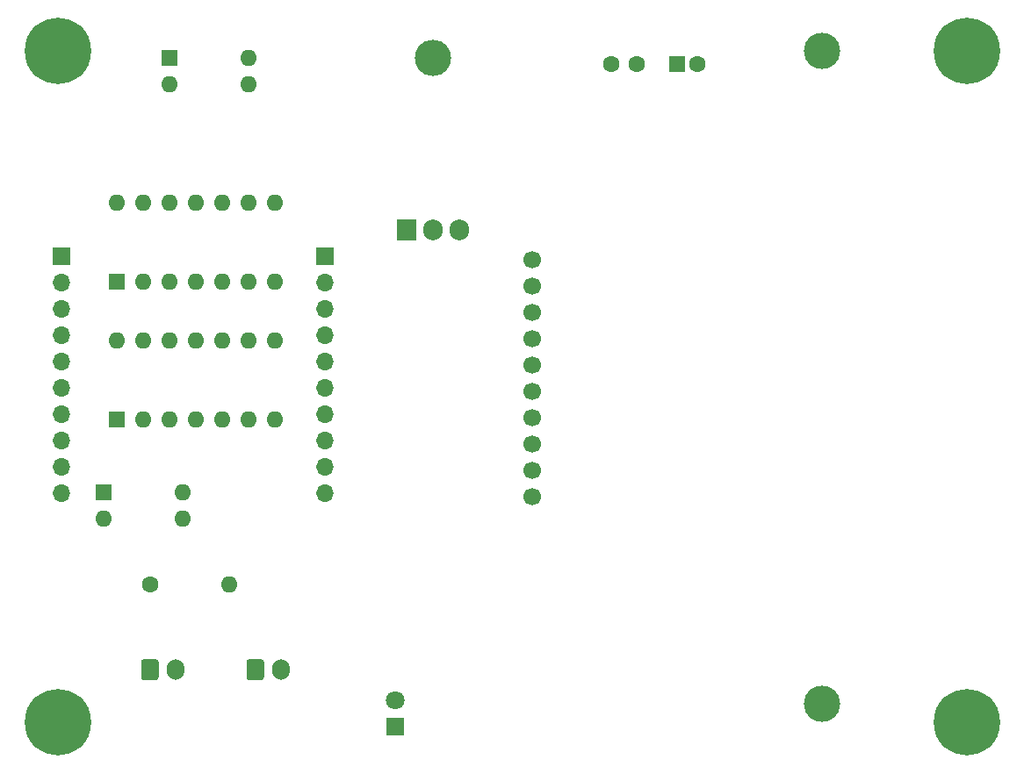
<source format=gbr>
%TF.GenerationSoftware,KiCad,Pcbnew,(5.1.9)-1*%
%TF.CreationDate,2022-08-08T16:35:08+09:00*%
%TF.ProjectId,Receiver,52656365-6976-4657-922e-6b696361645f,rev?*%
%TF.SameCoordinates,Original*%
%TF.FileFunction,Soldermask,Bot*%
%TF.FilePolarity,Negative*%
%FSLAX46Y46*%
G04 Gerber Fmt 4.6, Leading zero omitted, Abs format (unit mm)*
G04 Created by KiCad (PCBNEW (5.1.9)-1) date 2022-08-08 16:35:08*
%MOMM*%
%LPD*%
G01*
G04 APERTURE LIST*
%ADD10C,1.700000*%
%ADD11C,3.500000*%
%ADD12R,1.700000X1.700000*%
%ADD13O,1.700000X1.700000*%
%ADD14O,1.700000X2.000000*%
%ADD15R,1.800000X1.800000*%
%ADD16C,1.800000*%
%ADD17C,6.400000*%
%ADD18C,0.800000*%
%ADD19R,1.600000X1.600000*%
%ADD20O,1.600000X1.600000*%
%ADD21C,1.600000*%
%ADD22O,3.500000X3.500000*%
%ADD23R,1.905000X2.000000*%
%ADD24O,1.905000X2.000000*%
G04 APERTURE END LIST*
D10*
%TO.C,U2*%
X149936200Y-111535400D03*
X149936200Y-114075400D03*
X149936200Y-116615400D03*
X149936200Y-119155400D03*
X149936200Y-121695400D03*
X149936200Y-124235400D03*
X149936200Y-126775400D03*
X149936200Y-108995400D03*
X149936200Y-106455400D03*
X149936200Y-103915400D03*
D11*
X177800000Y-83820000D03*
X177800000Y-146820000D03*
%TD*%
D12*
%TO.C,J3*%
X104540000Y-103580000D03*
D13*
X104540000Y-106120000D03*
X104540000Y-108660000D03*
X104540000Y-111200000D03*
X104540000Y-113740000D03*
X104540000Y-116280000D03*
X104540000Y-118820000D03*
X104540000Y-121360000D03*
X104540000Y-123900000D03*
X104540000Y-126440000D03*
%TD*%
%TO.C,J4*%
X129940000Y-126440000D03*
X129940000Y-123900000D03*
X129940000Y-121360000D03*
X129940000Y-118820000D03*
X129940000Y-116280000D03*
X129940000Y-113740000D03*
X129940000Y-111200000D03*
X129940000Y-108660000D03*
X129940000Y-106120000D03*
D12*
X129940000Y-103580000D03*
%TD*%
%TO.C,J5*%
G36*
G01*
X122340000Y-144260000D02*
X122340000Y-142760000D01*
G75*
G02*
X122590000Y-142510000I250000J0D01*
G01*
X123790000Y-142510000D01*
G75*
G02*
X124040000Y-142760000I0J-250000D01*
G01*
X124040000Y-144260000D01*
G75*
G02*
X123790000Y-144510000I-250000J0D01*
G01*
X122590000Y-144510000D01*
G75*
G02*
X122340000Y-144260000I0J250000D01*
G01*
G37*
D14*
X125690000Y-143510000D03*
%TD*%
%TO.C,J6*%
G36*
G01*
X112180000Y-144260000D02*
X112180000Y-142760000D01*
G75*
G02*
X112430000Y-142510000I250000J0D01*
G01*
X113630000Y-142510000D01*
G75*
G02*
X113880000Y-142760000I0J-250000D01*
G01*
X113880000Y-144260000D01*
G75*
G02*
X113630000Y-144510000I-250000J0D01*
G01*
X112430000Y-144510000D01*
G75*
G02*
X112180000Y-144260000I0J250000D01*
G01*
G37*
X115530000Y-143510000D03*
%TD*%
D15*
%TO.C,D1*%
X136725000Y-148985000D03*
D16*
X136725000Y-146445000D03*
%TD*%
D17*
%TO.C,H1*%
X104140000Y-83820000D03*
D18*
X106540000Y-83820000D03*
X105837056Y-85517056D03*
X104140000Y-86220000D03*
X102442944Y-85517056D03*
X101740000Y-83820000D03*
X102442944Y-82122944D03*
X104140000Y-81420000D03*
X105837056Y-82122944D03*
%TD*%
%TO.C,H2*%
X105837056Y-146892944D03*
X104140000Y-146190000D03*
X102442944Y-146892944D03*
X101740000Y-148590000D03*
X102442944Y-150287056D03*
X104140000Y-150990000D03*
X105837056Y-150287056D03*
X106540000Y-148590000D03*
D17*
X104140000Y-148590000D03*
%TD*%
%TO.C,H3*%
X191770000Y-148590000D03*
D18*
X194170000Y-148590000D03*
X193467056Y-150287056D03*
X191770000Y-150990000D03*
X190072944Y-150287056D03*
X189370000Y-148590000D03*
X190072944Y-146892944D03*
X191770000Y-146190000D03*
X193467056Y-146892944D03*
%TD*%
%TO.C,H4*%
X193467056Y-82122944D03*
X191770000Y-81420000D03*
X190072944Y-82122944D03*
X189370000Y-83820000D03*
X190072944Y-85517056D03*
X191770000Y-86220000D03*
X193467056Y-85517056D03*
X194170000Y-83820000D03*
D17*
X191770000Y-83820000D03*
%TD*%
D19*
%TO.C,SW2*%
X114935000Y-84455000D03*
D20*
X122555000Y-86995000D03*
X114935000Y-86995000D03*
X122555000Y-84455000D03*
%TD*%
D19*
%TO.C,U4*%
X109855000Y-119380000D03*
D20*
X125095000Y-111760000D03*
X112395000Y-119380000D03*
X122555000Y-111760000D03*
X114935000Y-119380000D03*
X120015000Y-111760000D03*
X117475000Y-119380000D03*
X117475000Y-111760000D03*
X120015000Y-119380000D03*
X114935000Y-111760000D03*
X122555000Y-119380000D03*
X112395000Y-111760000D03*
X125095000Y-119380000D03*
X109855000Y-111760000D03*
%TD*%
%TO.C,U5*%
X109855000Y-98425000D03*
X125095000Y-106045000D03*
X112395000Y-98425000D03*
X122555000Y-106045000D03*
X114935000Y-98425000D03*
X120015000Y-106045000D03*
X117475000Y-98425000D03*
X117475000Y-106045000D03*
X120015000Y-98425000D03*
X114935000Y-106045000D03*
X122555000Y-98425000D03*
X112395000Y-106045000D03*
X125095000Y-98425000D03*
D19*
X109855000Y-106045000D03*
%TD*%
D21*
%TO.C,R1*%
X113030000Y-135255000D03*
D20*
X120650000Y-135255000D03*
%TD*%
D19*
%TO.C,U1*%
X108585000Y-126365000D03*
D20*
X116205000Y-128905000D03*
X108585000Y-128905000D03*
X116205000Y-126365000D03*
%TD*%
D21*
%TO.C,C1*%
X159980000Y-85090000D03*
X157480000Y-85090000D03*
%TD*%
D19*
%TO.C,C2*%
X163830000Y-85090000D03*
D21*
X165830000Y-85090000D03*
%TD*%
D22*
%TO.C,U3*%
X140335000Y-84455000D03*
D23*
X137795000Y-101115000D03*
D24*
X140335000Y-101115000D03*
X142875000Y-101115000D03*
%TD*%
M02*

</source>
